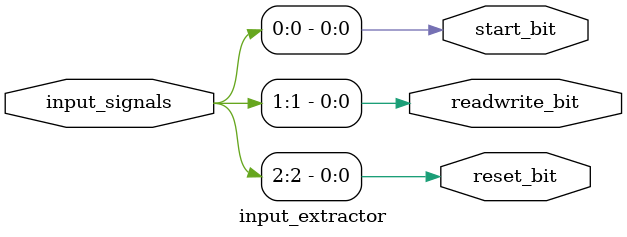
<source format=v>
`timescale 1ns / 1ps

//from 8-bit input signal reg, extracts start, reset and readwrite signals
module input_extractor(
    input[7:0] input_signals,   // 8-bit input signal reg
    
    output reset_bit,           //extracted reset bit
    output readwrite_bit,       //extracted readwrite bit
    output start_bit            //extracted start bit
    );
    
    //combinational assignment of signals
    assign reset_bit     = input_signals[2];
    assign readwrite_bit = input_signals[1];
    assign start_bit     = input_signals[0];    
    
endmodule

</source>
